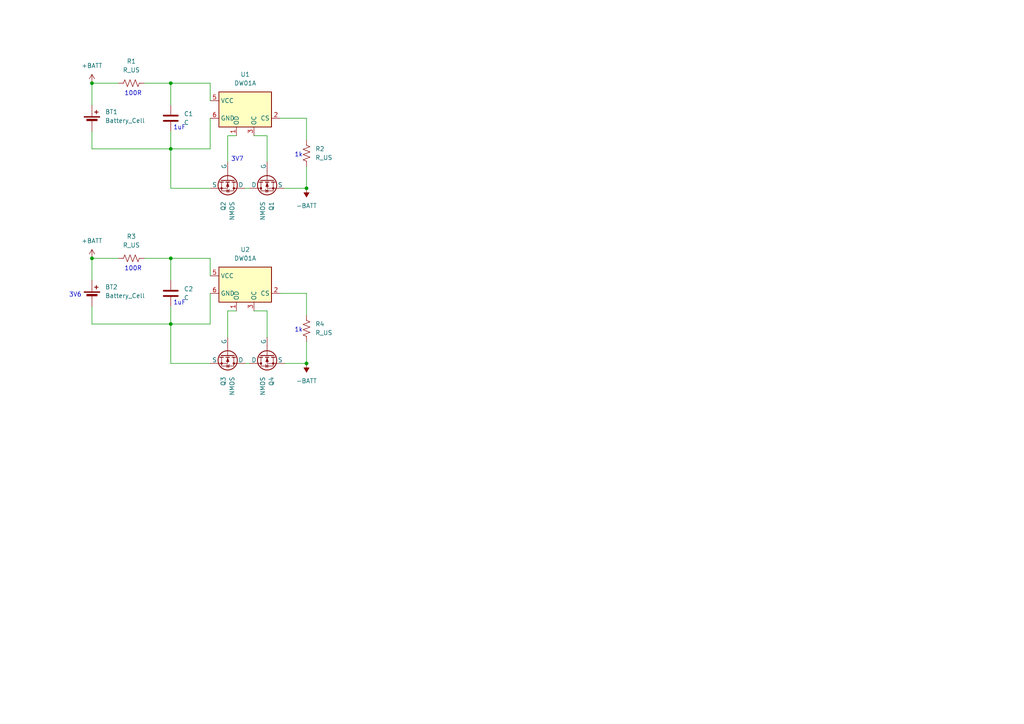
<source format=kicad_sch>
(kicad_sch (version 20231120) (generator "eeschema") (generator_version "8.0")
  (paper "A4")
  (lib_symbols
    (symbol "Battery_Management:DW01A"
      (property "Reference" "U" (at -6.604 6.35 0))
      (property "Value" "DW01A" (at 4.318 6.604 0))
      (symbol "DW01A_0_1"
        (pin output line (at -2.54 -7.62 90) (length 2.54) (name "OD") (number "1"))
        (pin input line (at 10.16 -2.54 180) (length 2.54) (name "CS") (number "2"))
        (pin output line (at 2.54 -7.62 90) (length 2.54) (name "OC") (number "3"))
        (pin power_in line (at -10.16 2.54 0) (length 2.54) (name "VCC") (number "5"))
        (pin power_in line (at -10.16 -2.54 0) (length 2.54) (name "GND") (number "6"))
      )
      (symbol "DW01A_1_1"
        (rectangle (start -7.62 5.08) (end 7.62 -5.08) (stroke (width 0.254)) (fill (type background)))
        (pin no_connect line (at 10.16 2.54 180) (length 2.54) hide (name "TD") (number "4"))
      )
    )
    (symbol "Device:Battery_Cell" (pin_numbers hide) (pin_names (offset 0) hide)
      (property "Reference" "BT" (at 2.54 2.54 0))
      (property "Value" "Battery_Cell" (at 2.54 0 0))
      (symbol "Battery_Cell_0_1"
        (rectangle (start -2.286 1.778) (end 2.286 1.524) (fill (type outline)))
        (rectangle (start -1.524 1.016) (end 1.524 0.508) (fill (type outline)))
        (polyline (pts (xy 0 0.762) (xy 0 0)))
        (polyline (pts (xy 0 1.778) (xy 0 2.54)))
        (polyline (pts (xy 0.762 3.048) (xy 1.778 3.048)) (stroke (width 0.254)))
        (polyline (pts (xy 1.27 3.556) (xy 1.27 2.54)) (stroke (width 0.254)))
      )
      (symbol "Battery_Cell_1_1"
        (pin passive line (at 0 5.08 270) (length 2.54) (name "+") (number "1"))
        (pin passive line (at 0 -2.54 90) (length 2.54) (name "-") (number "2"))
      )
    )
    (symbol "Device:C" (pin_numbers hide) (pin_names (offset 0.254))
      (property "Reference" "C" (at 0.635 2.54 0))
      (property "Value" "C" (at 0.635 -2.54 0))
      (symbol "C_0_1"
        (polyline (pts (xy -2.032 -0.762) (xy 2.032 -0.762)) (stroke (width 0.508)))
        (polyline (pts (xy -2.032 0.762) (xy 2.032 0.762)) (stroke (width 0.508)))
      )
      (symbol "C_1_1"
        (pin passive line (at 0 3.81 270) (length 2.794) (name "~") (number "1"))
        (pin passive line (at 0 -3.81 90) (length 2.794) (name "~") (number "2"))
      )
    )
    (symbol "Device:R_US" (pin_numbers hide) (pin_names (offset 0))
      (property "Reference" "R" (at 2.54 0 90))
      (property "Value" "R_US" (at -2.54 0 90))
      (symbol "R_US_0_1"
        (polyline (pts (xy 0 -2.286) (xy 0 -2.54)))
        (polyline (pts (xy 0 2.286) (xy 0 2.54)))
        (polyline (pts (xy 0 -0.762) (xy 1.016 -1.143) (xy 0 -1.524) (xy -1.016 -1.905) (xy 0 -2.286)))
        (polyline (pts (xy 0 0.762) (xy 1.016 0.381) (xy 0 0) (xy -1.016 -0.381) (xy 0 -0.762)))
        (polyline (pts (xy 0 2.286) (xy 1.016 1.905) (xy 0 1.524) (xy -1.016 1.143) (xy 0 0.762)))
      )
      (symbol "R_US_1_1"
        (pin passive line (at 0 3.81 270) (length 1.27) (name "~") (number "1"))
        (pin passive line (at 0 -3.81 90) (length 1.27) (name "~") (number "2"))
      )
    )
    (symbol "Simulation_SPICE:NMOS" (pin_numbers hide) (pin_names (offset 0))
      (property "Reference" "Q" (at 5.08 1.27 0))
      (property "Value" "NMOS" (at 5.08 -1.27 0))
      (symbol "NMOS_0_1"
        (polyline (pts (xy 0.254 0) (xy -2.54 0)))
        (polyline (pts (xy 0.254 1.905) (xy 0.254 -1.905)) (stroke (width 0.254)))
        (polyline (pts (xy 0.762 -1.27) (xy 0.762 -2.286)) (stroke (width 0.254)))
        (polyline (pts (xy 0.762 0.508) (xy 0.762 -0.508)) (stroke (width 0.254)))
        (polyline (pts (xy 0.762 2.286) (xy 0.762 1.27)) (stroke (width 0.254)))
        (polyline (pts (xy 2.54 2.54) (xy 2.54 1.778)))
        (polyline (pts (xy 2.54 -2.54) (xy 2.54 0) (xy 0.762 0)))
        (polyline (pts (xy 0.762 -1.778) (xy 3.302 -1.778) (xy 3.302 1.778) (xy 0.762 1.778)))
        (polyline (pts (xy 1.016 0) (xy 2.032 0.381) (xy 2.032 -0.381) (xy 1.016 0)) (fill (type outline)))
        (polyline (pts (xy 2.794 0.508) (xy 2.921 0.381) (xy 3.683 0.381) (xy 3.81 0.254)))
        (polyline (pts (xy 3.302 0.381) (xy 2.921 -0.254) (xy 3.683 -0.254) (xy 3.302 0.381)))
        (circle (center 1.651 0) (radius 2.794) (stroke (width 0.254)))
        (circle (center 2.54 -1.778) (radius 0.254) (fill (type outline)))
        (circle (center 2.54 1.778) (radius 0.254) (fill (type outline)))
      )
      (symbol "NMOS_1_1"
        (pin passive line (at 2.54 5.08 270) (length 2.54) (name "D") (number "1"))
        (pin input line (at -5.08 0 0) (length 2.54) (name "G") (number "2"))
        (pin passive line (at 2.54 -5.08 90) (length 2.54) (name "S") (number "3"))
      )
    )
    (symbol "power:+BATT" (power) (pin_numbers hide) (pin_names (offset 0) hide)
      (property "Value" "+BATT" (at 0 3.556 0))
      (symbol "+BATT_0_1"
        (polyline (pts (xy -0.762 1.27) (xy 0 2.54)))
        (polyline (pts (xy 0 0) (xy 0 2.54)))
        (polyline (pts (xy 0 2.54) (xy 0.762 1.27)))
      )
      (symbol "+BATT_1_1"
        (pin power_in line (at 0 0 90) (length 0) (name "~") (number "1"))
      )
    )
    (symbol "power:-BATT" (power) (pin_numbers hide) (pin_names (offset 0) hide)
      (property "Value" "-BATT" (at 0 3.556 0))
      (symbol "-BATT_0_1"
        (polyline (pts (xy 0 0) (xy 0 2.54)))
        (polyline (pts (xy 0.762 1.27) (xy -0.762 1.27) (xy 0 2.54) (xy 0.762 1.27)) (fill (type outline)))
      )
      (symbol "-BATT_1_1"
        (pin power_in line (at 0 0 90) (length 0) (name "~") (number "1"))
      )
    )
  )
  (junction (at 88.9 54.61))
  (junction (at 26.67 24.13))
  (junction (at 49.53 74.93))
  (junction (at 88.9 105.41))
  (junction (at 26.67 74.93))
  (junction (at 49.53 43.18))
  (junction (at 49.53 93.98))
  (junction (at 49.53 24.13))
  (wire (pts (xy 26.67 30.48) (xy 26.67 24.13)))
  (wire (pts (xy 68.58 90.17) (xy 66.04 90.17)))
  (wire (pts (xy 49.53 105.41) (xy 60.96 105.41)))
  (wire (pts (xy 71.12 105.41) (xy 72.39 105.41)))
  (wire (pts (xy 88.9 34.29) (xy 88.9 40.64)))
  (wire (pts (xy 49.53 54.61) (xy 60.96 54.61)))
  (wire (pts (xy 88.9 99.06) (xy 88.9 105.41)))
  (wire (pts (xy 26.67 81.28) (xy 26.67 74.93)))
  (wire (pts (xy 77.47 90.17) (xy 73.66 90.17)))
  (wire (pts (xy 49.53 43.18) (xy 49.53 54.61)))
  (wire (pts (xy 49.53 88.9) (xy 49.53 93.98)))
  (wire (pts (xy 81.28 85.09) (xy 88.9 85.09)))
  (wire (pts (xy 41.91 24.13) (xy 49.53 24.13)))
  (wire (pts (xy 60.96 74.93) (xy 60.96 80.01)))
  (wire (pts (xy 60.96 43.18) (xy 60.96 34.29)))
  (wire (pts (xy 60.96 24.13) (xy 60.96 29.21)))
  (wire (pts (xy 68.58 39.37) (xy 66.04 39.37)))
  (wire (pts (xy 49.53 93.98) (xy 49.53 105.41)))
  (wire (pts (xy 26.67 24.13) (xy 34.29 24.13)))
  (wire (pts (xy 49.53 43.18) (xy 60.96 43.18)))
  (wire (pts (xy 26.67 88.9) (xy 26.67 93.98)))
  (wire (pts (xy 41.91 74.93) (xy 49.53 74.93)))
  (wire (pts (xy 77.47 46.99) (xy 77.47 39.37)))
  (wire (pts (xy 88.9 48.26) (xy 88.9 54.61)))
  (wire (pts (xy 71.12 54.61) (xy 72.39 54.61)))
  (wire (pts (xy 60.96 93.98) (xy 60.96 85.09)))
  (wire (pts (xy 88.9 85.09) (xy 88.9 91.44)))
  (wire (pts (xy 49.53 38.1) (xy 49.53 43.18)))
  (wire (pts (xy 49.53 24.13) (xy 60.96 24.13)))
  (wire (pts (xy 88.9 105.41) (xy 82.55 105.41)))
  (wire (pts (xy 26.67 38.1) (xy 26.67 43.18)))
  (wire (pts (xy 88.9 54.61) (xy 82.55 54.61)))
  (wire (pts (xy 66.04 90.17) (xy 66.04 97.79)))
  (wire (pts (xy 49.53 24.13) (xy 49.53 30.48)))
  (wire (pts (xy 77.47 39.37) (xy 73.66 39.37)))
  (wire (pts (xy 26.67 74.93) (xy 34.29 74.93)))
  (wire (pts (xy 66.04 39.37) (xy 66.04 46.99)))
  (wire (pts (xy 81.28 34.29) (xy 88.9 34.29)))
  (wire (pts (xy 26.67 43.18) (xy 49.53 43.18)))
  (wire (pts (xy 49.53 93.98) (xy 60.96 93.98)))
  (wire (pts (xy 49.53 74.93) (xy 49.53 81.28)))
  (wire (pts (xy 26.67 93.98) (xy 49.53 93.98)))
  (wire (pts (xy 49.53 74.93) (xy 60.96 74.93)))
  (wire (pts (xy 77.47 97.79) (xy 77.47 90.17)))
  (text "3V7" (at 68.834 46.228 0) (effects (font (size 1.27 1.27))))
  (text "1k" (at 86.614 95.758 0) (effects (font (size 1.27 1.27))))
  (text "3V6" (at 21.844 85.598 0) (effects (font (size 1.27 1.27))))
  (text "100R" (at 38.608 77.978 0) (effects (font (size 1.27 1.27))))
  (text "100R" (at 38.608 27.178 0) (effects (font (size 1.27 1.27))))
  (text "1uF" (at 52.07 37.084 0) (effects (font (size 1.27 1.27))))
  (text "1uF" (at 52.07 87.884 0) (effects (font (size 1.27 1.27))))
  (text "1k" (at 86.614 44.958 0) (effects (font (size 1.27 1.27))))
  (symbol (lib_id "Device:Battery_Cell") (at 26.67 86.36 0) (unit 1)
    (property "Reference" "BT2" (at 30.48 83.2484 0) (effects (justify left)))
    (property "Value" "Battery_Cell" (at 30.48 85.7884 0) (effects (justify left)))
    (property "Description" "Single-cell battery" (effects (hide yes)))
  )
  (symbol (lib_id "Battery_Management:DW01A") (at 71.12 31.75 0) (unit 1)
    (property "Reference" "U1" (at 71.12 21.59 0))
    (property "Value" "DW01A" (at 71.12 24.13 0))
    (property "Footprint" "Package_TO_SOT_SMD:SOT-23-6" (effects (hide yes)))
    (property "Datasheet" "https://hmsemi.com/downfile/DW01A.PDF" (effects (hide yes)))
    (property "Description" "Overcharge, overcurrent and overdischarge protection IC for single cell lithium-ion/polymer battery" (effects (hide yes)))
  )
  (symbol (lib_id "power:-BATT") (at 88.9 105.41 180) (unit 1)
    (property "Reference" "#PWR04" (effects (hide yes)))
    (property "Value" "-BATT" (at 88.9 110.49 0))
    (property "Description" "Power symbol creates a global label with name \"-BATT\"" (effects (hide yes)))
  )
  (symbol (lib_id "Device:R_US") (at 38.1 24.13 90) (unit 1)
    (property "Reference" "R1" (at 38.1 17.78 90))
    (property "Value" "R_US" (at 38.1 20.32 90))
    (property "Footprint" "Resistor_SMD:R_0603_1608Metric_Pad0.98x0.95mm_HandSolder" (effects (hide yes)))
    (property "Description" "Resistor, US symbol" (effects (hide yes)))
  )
  (symbol (lib_id "power:-BATT") (at 88.9 54.61 180) (unit 1)
    (property "Reference" "#PWR01" (effects (hide yes)))
    (property "Value" "-BATT" (at 88.9 59.69 0))
    (property "Description" "Power symbol creates a global label with name \"-BATT\"" (effects (hide yes)))
  )
  (symbol (lib_id "Device:R_US") (at 38.1 74.93 90) (unit 1)
    (property "Reference" "R3" (at 38.1 68.58 90))
    (property "Value" "R_US" (at 38.1 71.12 90))
    (property "Footprint" "Resistor_SMD:R_0603_1608Metric_Pad0.98x0.95mm_HandSolder" (effects (hide yes)))
    (property "Description" "Resistor, US symbol" (effects (hide yes)))
  )
  (symbol (lib_id "Simulation_SPICE:NMOS") (at 66.04 102.87 270) (unit 1)
    (property "Reference" "Q3" (at 64.7699 109.22 0) (effects (justify left)))
    (property "Value" "NMOS" (at 67.3099 109.22 0) (effects (justify left)))
    (property "Datasheet" "https://ngspice.sourceforge.io/docs/ngspice-html-manual/manual.xhtml#cha_MOSFETs" (effects (hide yes)))
    (property "Description" "N-MOSFET transistor, drain/source/gate" (effects (hide yes)))
    (property "Sim.Device" "NMOS" (effects (hide yes)))
    (property "Sim.Type" "VDMOS" (effects (hide yes)))
    (property "Sim.Pins" "1=D 2=G 3=S" (effects (hide yes)))
  )
  (symbol (lib_id "Simulation_SPICE:NMOS") (at 77.47 102.87 90) (mirror x) (unit 1)
    (property "Reference" "Q4" (at 78.7401 109.22 0) (effects (justify left)))
    (property "Value" "NMOS" (at 76.2001 109.22 0) (effects (justify left)))
    (property "Datasheet" "https://ngspice.sourceforge.io/docs/ngspice-html-manual/manual.xhtml#cha_MOSFETs" (effects (hide yes)))
    (property "Description" "N-MOSFET transistor, drain/source/gate" (effects (hide yes)))
    (property "Sim.Device" "NMOS" (effects (hide yes)))
    (property "Sim.Type" "VDMOS" (effects (hide yes)))
    (property "Sim.Pins" "1=D 2=G 3=S" (effects (hide yes)))
  )
  (symbol (lib_id "power:+BATT") (at 26.67 74.93 0) (unit 1)
    (property "Reference" "#PWR03" (effects (hide yes)))
    (property "Value" "+BATT" (at 26.67 69.85 0))
    (property "Description" "Power symbol creates a global label with name \"+BATT\"" (effects (hide yes)))
  )
  (symbol (lib_id "Simulation_SPICE:NMOS") (at 66.04 52.07 270) (unit 1)
    (property "Reference" "Q2" (at 64.7699 58.42 0) (effects (justify left)))
    (property "Value" "NMOS" (at 67.3099 58.42 0) (effects (justify left)))
    (property "Datasheet" "https://ngspice.sourceforge.io/docs/ngspice-html-manual/manual.xhtml#cha_MOSFETs" (effects (hide yes)))
    (property "Description" "N-MOSFET transistor, drain/source/gate" (effects (hide yes)))
    (property "Sim.Device" "NMOS" (effects (hide yes)))
    (property "Sim.Type" "VDMOS" (effects (hide yes)))
    (property "Sim.Pins" "1=D 2=G 3=S" (effects (hide yes)))
  )
  (symbol (lib_id "Device:R_US") (at 88.9 95.25 180) (unit 1)
    (property "Reference" "R4" (at 91.44 93.9799 0) (effects (justify right)))
    (property "Value" "R_US" (at 91.44 96.5199 0) (effects (justify right)))
    (property "Footprint" "Resistor_SMD:R_0603_1608Metric_Pad0.98x0.95mm_HandSolder" (effects (hide yes)))
    (property "Description" "Resistor, US symbol" (effects (hide yes)))
  )
  (symbol (lib_id "Simulation_SPICE:NMOS") (at 77.47 52.07 90) (mirror x) (unit 1)
    (property "Reference" "Q1" (at 78.7401 58.42 0) (effects (justify left)))
    (property "Value" "NMOS" (at 76.2001 58.42 0) (effects (justify left)))
    (property "Datasheet" "https://ngspice.sourceforge.io/docs/ngspice-html-manual/manual.xhtml#cha_MOSFETs" (effects (hide yes)))
    (property "Description" "N-MOSFET transistor, drain/source/gate" (effects (hide yes)))
    (property "Sim.Device" "NMOS" (effects (hide yes)))
    (property "Sim.Type" "VDMOS" (effects (hide yes)))
    (property "Sim.Pins" "1=D 2=G 3=S" (effects (hide yes)))
  )
  (symbol (lib_id "Battery_Management:DW01A") (at 71.12 82.55 0) (unit 1)
    (property "Reference" "U2" (at 71.12 72.39 0))
    (property "Value" "DW01A" (at 71.12 74.93 0))
    (property "Footprint" "Package_TO_SOT_SMD:SOT-23-6" (effects (hide yes)))
    (property "Datasheet" "https://hmsemi.com/downfile/DW01A.PDF" (effects (hide yes)))
    (property "Description" "Overcharge, overcurrent and overdischarge protection IC for single cell lithium-ion/polymer battery" (effects (hide yes)))
  )
  (symbol (lib_id "Device:C") (at 49.53 34.29 0) (unit 1)
    (property "Reference" "C1" (at 53.34 33.0199 0) (effects (justify left)))
    (property "Value" "C" (at 53.34 35.5599 0) (effects (justify left)))
    (property "Footprint" "Capacitor_SMD:C_1206_3216Metric_Pad1.33x1.80mm_HandSolder" (effects (hide yes)))
    (property "Description" "Unpolarized capacitor" (effects (hide yes)))
  )
  (symbol (lib_id "Device:C") (at 49.53 85.09 0) (unit 1)
    (property "Reference" "C2" (at 53.34 83.8199 0) (effects (justify left)))
    (property "Value" "C" (at 53.34 86.3599 0) (effects (justify left)))
    (property "Footprint" "Capacitor_SMD:C_1206_3216Metric_Pad1.33x1.80mm_HandSolder" (effects (hide yes)))
    (property "Description" "Unpolarized capacitor" (effects (hide yes)))
  )
  (symbol (lib_id "Device:Battery_Cell") (at 26.67 35.56 0) (unit 1)
    (property "Reference" "BT1" (at 30.48 32.4484 0) (effects (justify left)))
    (property "Value" "Battery_Cell" (at 30.48 34.9884 0) (effects (justify left)))
    (property "Description" "Single-cell battery" (effects (hide yes)))
  )
  (symbol (lib_id "Device:R_US") (at 88.9 44.45 180) (unit 1)
    (property "Reference" "R2" (at 91.44 43.1799 0) (effects (justify right)))
    (property "Value" "R_US" (at 91.44 45.7199 0) (effects (justify right)))
    (property "Footprint" "Resistor_SMD:R_0603_1608Metric_Pad0.98x0.95mm_HandSolder" (effects (hide yes)))
    (property "Description" "Resistor, US symbol" (effects (hide yes)))
  )
  (symbol (lib_id "power:+BATT") (at 26.67 24.13 0) (unit 1)
    (property "Reference" "#PWR02" (effects (hide yes)))
    (property "Value" "+BATT" (at 26.67 19.05 0))
    (property "Description" "Power symbol creates a global label with name \"+BATT\"" (effects (hide yes)))
  )
)
</source>
